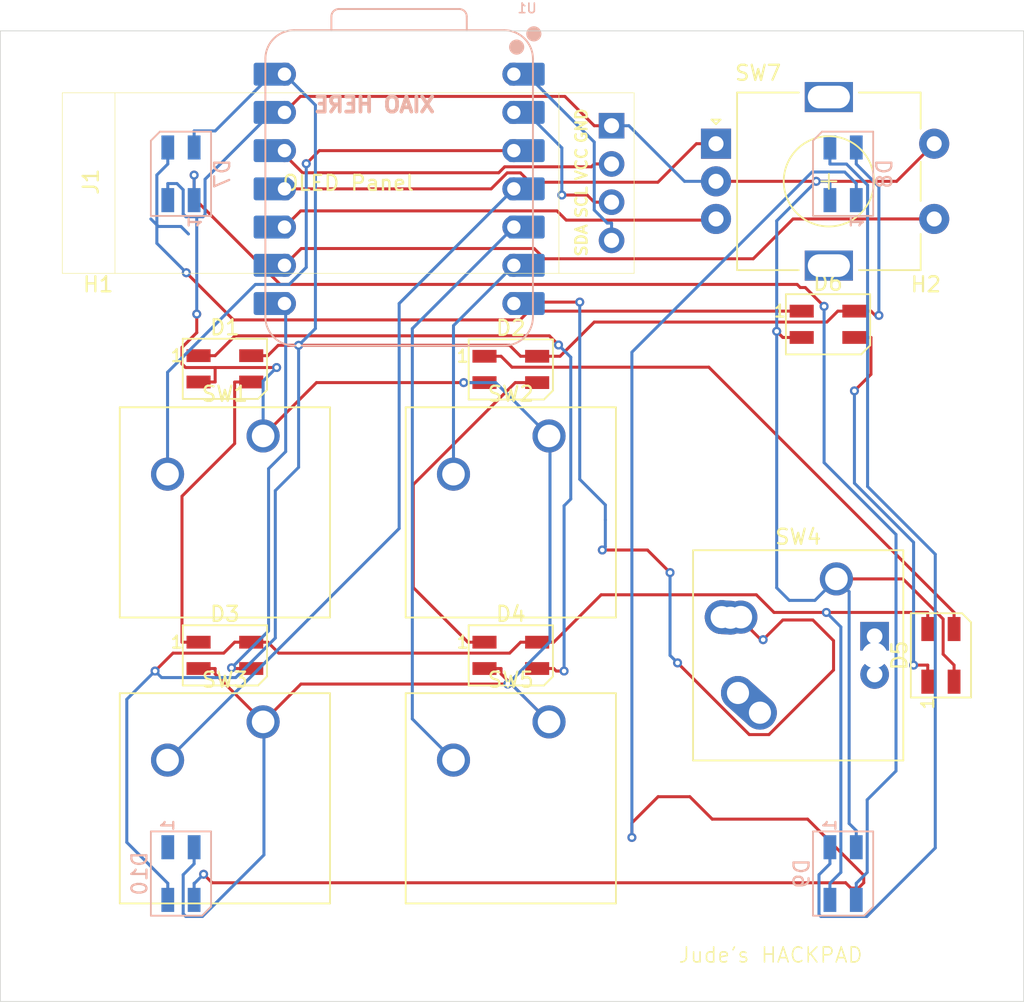
<source format=kicad_pcb>
(kicad_pcb (version 20241229) (generator "pcbnew") (generator_version "9.0")
  (layers (0 "F.Cu" signal) (2 "B.Cu" signal) (13 "F.Paste" user) (15 "B.Paste" user) (5 "F.SilkS" user "F.Silkscreen") (7 "B.SilkS" user "B.Silkscreen") (1 "F.Mask" user) (3 "B.Mask" user) (25 "Edge.Cuts" user))
  (net 0 "")
  (net 1 "Net-(D1-DIN)")
  (net 2 "Net-(D1-DOUT)")
  (net 3 "+5V")
  (net 4 "GND")
  (net 5 "Net-(D2-DIN)")
  (net 6 "Net-(D3-DIN)")
  (net 7 "+3.3V")
  (net 8 "Net-(U1-GPIO28{slash}ADC2{slash}A2)")
  (net 9 "Net-(U1-GPIO7{slash}SCL)")
  (net 10 "Net-(U1-GPIO29{slash}ADC3{slash}A3)")
  (net 11 "Net-(U1-GPIO6{slash}SDA)")
  (net 12 "Net-(U1-GPIO4{slash}MISO)")
  (net 13 "Net-(U1-GPIO3{slash}MOSI)")
  (net 14 "Net-(U1-GPIO2{slash}SCK)")
  (net 15 "Net-(U1-GPIO0{slash}TX)")
  (net 16 "Net-(D2-DOUT)")
  (net 17 "Net-(D5-DOUT)")
  (net 18 "Net-(J1-Pin_3)")
  (net 19 "Net-(J1-Pin_4)")
  (net 20 "Net-(D6-DOUT)")
  (net 21 "Net-(D7-DOUT)")
  (net 22 "Net-(D8-DIN)")
  (net 23 "Net-(D10-DIN)")
  (footprint "SCREEN:SSD1306-0.91-OLED-4pin-128x32" (layer "F.Cu") (at 141.615 78.615)
    (property "Reference" "J1" (at 1.9 5.91 90) (layer "F.SilkS"))
    (property "Value" "Conn_01x04_Pin")
    (fp_text user "VCC" (at 34.5 4.73 270) (layer "F.SilkS") (effects (font (size 0.75 0.75))))
    (fp_text user "SCL" (at 34.5 7.27 270) (layer "F.SilkS") (effects (font (size 0.75 0.75))))
    (fp_text user "GND" (at 34.5 2.19 270) (layer "F.SilkS") (effects (font (size 0.75 0.75))))
    (fp_text user "OLED Panel" (at 19 6 0) (layer "F.SilkS"))
    (fp_text user "SDA" (at 34.5 9.81 270) (layer "F.SilkS") (effects (font (size 0.75 0.75))))
    (pad "1" thru_hole rect (at 36.5 2.19) (size 1.7 1.7) (drill 1) (layers "*.Cu" "*.Mask") (net 4 "GND"))
    (pad "2" thru_hole oval (at 36.5 4.73) (size 1.7 1.7) (drill 1) (layers "*.Cu" "*.Mask") (net 7 "+3.3V"))
    (pad "3" thru_hole oval (at 36.5 7.27) (size 1.7 1.7) (drill 1) (layers "*.Cu" "*.Mask") (net 18 "Net-(J1-Pin_3)"))
    (pad "4" thru_hole oval (at 36.5 9.81) (size 1.7 1.7) (drill 1) (layers "*.Cu" "*.Mask") (net 19 "Net-(J1-Pin_4)"))
  )
  (footprint "LED_SMD:LED_SK6812MINI_PLCC4_3.5x3.5mm_P1.75mm" (layer "F.Cu") (at 200 116 90)
    (property "Reference" "D5" (at 0 -2.75 90) (layer "F.SilkS"))
    (property "Value" "SK6812MINI")
    (fp_text user "1" (at -3.2 -0.875 90) (layer "F.SilkS") (effects (font (size 0.8 0.8))))
    (pad "1" smd rect (at -1.75 -0.875 90) (size 1.6 0.85) (layers "F.Cu" "F.Mask" "F.Paste") (net 17 "Net-(D5-DOUT)"))
    (pad "2" smd rect (at -1.75 0.875 90) (size 1.6 0.85) (layers "F.Cu" "F.Mask" "F.Paste") (net 4 "GND"))
    (pad "3" smd rect (at 1.75 0.875 90) (size 1.6 0.85) (layers "F.Cu" "F.Mask" "F.Paste") (net 16 "Net-(D2-DOUT)"))
    (pad "4" smd rect (at 1.75 -0.875 90) (size 1.6 0.85) (layers "F.Cu" "F.Mask" "F.Paste") (net 3 "+5V"))
  )
  (footprint "LED_SMD:LED_SK6812MINI_PLCC4_3.5x3.5mm_P1.75mm" (layer "F.Cu") (at 152.42 96.96)
    (property "Reference" "D1" (at 0 -2.75 0) (layer "F.SilkS"))
    (property "Value" "SK6812MINI")
    (fp_text user "1" (at -3.2 -0.875 0) (layer "F.SilkS") (effects (font (size 0.8 0.8))))
    (pad "1" smd rect (at -1.75 -0.875) (size 1.6 0.85) (layers "F.Cu" "F.Mask" "F.Paste") (net 2 "Net-(D1-DOUT)"))
    (pad "2" smd rect (at -1.75 0.875) (size 1.6 0.85) (layers "F.Cu" "F.Mask" "F.Paste") (net 4 "GND"))
    (pad "3" smd rect (at 1.75 0.875) (size 1.6 0.85) (layers "F.Cu" "F.Mask" "F.Paste") (net 1 "Net-(D1-DIN)"))
    (pad "4" smd rect (at 1.75 -0.875) (size 1.6 0.85) (layers "F.Cu" "F.Mask" "F.Paste") (net 3 "+5V"))
  )
  (footprint "Button_Switch_Keyboard:SW_Cherry_MX_1.00u_PCB" (layer "F.Cu") (at 154.96 101.42)
    (property "Reference" "SW1" (at -2.54 -2.794 0) (layer "F.SilkS"))
    (property "Value" "SW_Push")
    (pad "" np_thru_hole circle (at -7.62 5.08) (size 1.7 1.7) (drill 1.7) (layers "*.Cu" "*.Mask"))
    (pad "" np_thru_hole circle (at -2.54 5.08) (size 4 4) (drill 4) (layers "*.Cu" "*.Mask"))
    (pad "" np_thru_hole circle (at 2.54 5.08) (size 1.7 1.7) (drill 1.7) (layers "*.Cu" "*.Mask"))
    (pad "1" thru_hole circle (at 0 0) (size 2.2 2.2) (drill 1.5) (layers "*.Cu" "*.Mask") (net 4 "GND"))
    (pad "2" thru_hole circle (at -6.35 2.54) (size 2.2 2.2) (drill 1.5) (layers "*.Cu" "*.Mask") (net 8 "Net-(U1-GPIO28{slash}ADC2{slash}A2)"))
  )
  (footprint "LED_SMD:LED_SK6812MINI_PLCC4_3.5x3.5mm_P1.75mm" (layer "F.Cu") (at 171.42 97)
    (property "Reference" "D2" (at 0 -2.75 0) (layer "F.SilkS"))
    (property "Value" "SK6812MINI")
    (fp_text user "1" (at -3.2 -0.875 0) (layer "F.SilkS") (effects (font (size 0.8 0.8))))
    (pad "1" smd rect (at -1.75 -0.875) (size 1.6 0.85) (layers "F.Cu" "F.Mask" "F.Paste") (net 16 "Net-(D2-DOUT)"))
    (pad "2" smd rect (at -1.75 0.875) (size 1.6 0.85) (layers "F.Cu" "F.Mask" "F.Paste") (net 4 "GND"))
    (pad "3" smd rect (at 1.75 0.875) (size 1.6 0.85) (layers "F.Cu" "F.Mask" "F.Paste") (net 5 "Net-(D2-DIN)"))
    (pad "4" smd rect (at 1.75 -0.875) (size 1.6 0.85) (layers "F.Cu" "F.Mask" "F.Paste") (net 3 "+5V"))
  )
  (footprint "LED_SMD:LED_SK6812MINI_PLCC4_3.5x3.5mm_P1.75mm" (layer "F.Cu") (at 171.42 116)
    (property "Reference" "D4" (at 0 -2.75 0) (layer "F.SilkS"))
    (property "Value" "SK6812MINI")
    (fp_text user "1" (at -3.2 -0.875 0) (layer "F.SilkS") (effects (font (size 0.8 0.8))))
    (pad "1" smd rect (at -1.75 -0.875) (size 1.6 0.85) (layers "F.Cu" "F.Mask" "F.Paste") (net 5 "Net-(D2-DIN)"))
    (pad "2" smd rect (at -1.75 0.875) (size 1.6 0.85) (layers "F.Cu" "F.Mask" "F.Paste") (net 4 "GND"))
    (pad "3" smd rect (at 1.75 0.875) (size 1.6 0.85) (layers "F.Cu" "F.Mask" "F.Paste") (net 2 "Net-(D1-DOUT)"))
    (pad "4" smd rect (at 1.75 -0.875) (size 1.6 0.85) (layers "F.Cu" "F.Mask" "F.Paste") (net 3 "+5V"))
  )
  (footprint "LED_SMD:LED_SK6812MINI_PLCC4_3.5x3.5mm_P1.75mm" (layer "F.Cu") (at 152.42 116)
    (property "Reference" "D3" (at 0 -2.75 0) (layer "F.SilkS"))
    (property "Value" "SK6812MINI")
    (fp_text user "1" (at -3.2 -0.875 0) (layer "F.SilkS") (effects (font (size 0.8 0.8))))
    (pad "1" smd rect (at -1.75 -0.875) (size 1.6 0.85) (layers "F.Cu" "F.Mask" "F.Paste") (net 1 "Net-(D1-DIN)"))
    (pad "2" smd rect (at -1.75 0.875) (size 1.6 0.85) (layers "F.Cu" "F.Mask" "F.Paste") (net 4 "GND"))
    (pad "3" smd rect (at 1.75 0.875) (size 1.6 0.85) (layers "F.Cu" "F.Mask" "F.Paste") (net 6 "Net-(D3-DIN)"))
    (pad "4" smd rect (at 1.75 -0.875) (size 1.6 0.85) (layers "F.Cu" "F.Mask" "F.Paste") (net 3 "+5V"))
  )
  (footprint "Rotary_Encoder:RotaryEncoder_Alps_EC11E-Switch_Vertical_H20mm" (layer "F.Cu") (at 185.055 82)
    (property "Reference" "SW7" (at 2.8 -4.7 0) (layer "F.SilkS"))
    (property "Value" "RotaryEncoder_Switch")
    (pad "A" thru_hole rect (at 0 0) (size 2 2) (drill 1) (layers "*.Cu" "*.Mask") (net 13 "Net-(U1-GPIO3{slash}MOSI)"))
    (pad "B" thru_hole circle (at 0 5) (size 2 2) (drill 1) (layers "*.Cu" "*.Mask") (net 12 "Net-(U1-GPIO4{slash}MISO)"))
    (pad "C" thru_hole circle (at 0 2.5) (size 2 2) (drill 1) (layers "*.Cu" "*.Mask") (net 4 "GND"))
    (pad "MP" thru_hole rect (at 7.5 -3.1) (size 3.2 2) (drill oval 2.8 1.5) (layers "*.Cu" "*.Mask"))
    (pad "MP" thru_hole rect (at 7.5 8.1) (size 3.2 2) (drill oval 2.8 1.5) (layers "*.Cu" "*.Mask"))
    (pad "S1" thru_hole circle (at 14.5 5) (size 2 2) (drill 1) (layers "*.Cu" "*.Mask") (net 14 "Net-(U1-GPIO2{slash}SCK)"))
    (pad "S2" thru_hole circle (at 14.5 0) (size 2 2) (drill 1) (layers "*.Cu" "*.Mask") (net 4 "GND"))
  )
  (footprint "Button_Switch_Keyboard:SW_Cherry_MX_1.00u_PCB" (layer "F.Cu") (at 173.96 120.42)
    (property "Reference" "SW5" (at -2.54 -2.794 0) (layer "F.SilkS"))
    (property "Value" "SW_Push")
    (pad "" np_thru_hole circle (at -7.62 5.08) (size 1.7 1.7) (drill 1.7) (layers "*.Cu" "*.Mask"))
    (pad "" np_thru_hole circle (at -2.54 5.08) (size 4 4) (drill 4) (layers "*.Cu" "*.Mask"))
    (pad "" np_thru_hole circle (at 2.54 5.08) (size 1.7 1.7) (drill 1.7) (layers "*.Cu" "*.Mask"))
    (pad "1" thru_hole circle (at 0 0) (size 2.2 2.2) (drill 1.5) (layers "*.Cu" "*.Mask") (net 4 "GND"))
    (pad "2" thru_hole circle (at -6.35 2.54) (size 2.2 2.2) (drill 1.5) (layers "*.Cu" "*.Mask") (net 11 "Net-(U1-GPIO6{slash}SDA)"))
  )
  (footprint "Button_Switch_Keyboard:SW_Cherry_MX_1.00u_PCB" (layer "F.Cu") (at 173.96 101.42)
    (property "Reference" "SW2" (at -2.54 -2.794 0) (layer "F.SilkS"))
    (property "Value" "SW_Push")
    (pad "" np_thru_hole circle (at -7.62 5.08) (size 1.7 1.7) (drill 1.7) (layers "*.Cu" "*.Mask"))
    (pad "" np_thru_hole circle (at -2.54 5.08) (size 4 4) (drill 4) (layers "*.Cu" "*.Mask"))
    (pad "" np_thru_hole circle (at 2.54 5.08) (size 1.7 1.7) (drill 1.7) (layers "*.Cu" "*.Mask"))
    (pad "1" thru_hole circle (at 0 0) (size 2.2 2.2) (drill 1.5) (layers "*.Cu" "*.Mask") (net 4 "GND"))
    (pad "2" thru_hole circle (at -6.35 2.54) (size 2.2 2.2) (drill 1.5) (layers "*.Cu" "*.Mask") (net 9 "Net-(U1-GPIO7{slash}SCL)"))
  )
  (footprint "Button_Switch_Keyboard:SW_Cherry_MX_1.00u_PCB" (layer "F.Cu") (at 154.96 120.42)
    (property "Reference" "SW3" (at -2.54 -2.794 0) (layer "F.SilkS"))
    (property "Value" "SW_Push")
    (pad "" np_thru_hole circle (at -7.62 5.08) (size 1.7 1.7) (drill 1.7) (layers "*.Cu" "*.Mask"))
    (pad "" np_thru_hole circle (at -2.54 5.08) (size 4 4) (drill 4) (layers "*.Cu" "*.Mask"))
    (pad "" np_thru_hole circle (at 2.54 5.08) (size 1.7 1.7) (drill 1.7) (layers "*.Cu" "*.Mask"))
    (pad "1" thru_hole circle (at 0 0) (size 2.2 2.2) (drill 1.5) (layers "*.Cu" "*.Mask") (net 4 "GND"))
    (pad "2" thru_hole circle (at -6.35 2.54) (size 2.2 2.2) (drill 1.5) (layers "*.Cu" "*.Mask") (net 10 "Net-(U1-GPIO29{slash}ADC3{slash}A3)"))
  )
  (footprint "Button_Switch_Keyboard:SW_Cherry_MX_1.00u_PCB" (layer "F.Cu") (at 193.055 110.92)
    (property "Reference" "SW4" (at -2.54 -2.794 0) (layer "F.SilkS"))
    (property "Value" "SW_Push")
    (pad "" np_thru_hole circle (at -7.62 5.08) (size 1.7 1.7) (drill 1.7) (layers "*.Cu" "*.Mask"))
    (pad "" np_thru_hole circle (at -2.54 5.08) (size 4 4) (drill 4) (layers "*.Cu" "*.Mask"))
    (pad "" np_thru_hole circle (at 2.54 5.08) (size 1.7 1.7) (drill 1.7) (layers "*.Cu" "*.Mask"))
    (pad "1" thru_hole circle (at 0 0) (size 2.2 2.2) (drill 1.5) (layers "*.Cu" "*.Mask") (net 4 "GND"))
    (pad "2" thru_hole circle (at -6.35 2.54) (size 2.2 2.2) (drill 1.5) (layers "*.Cu" "*.Mask") (net 15 "Net-(U1-GPIO0{slash}TX)"))
  )
  (footprint "LED_SMD:LED_SK6812MINI_PLCC4_3.5x3.5mm_P1.75mm" (layer "F.Cu") (at 192.5 94)
    (property "Reference" "D6" (at 0 -2.75 0) (layer "F.SilkS"))
    (property "Value" "SK6812MINI")
    (fp_text user "1" (at -3.2 -0.875 0) (layer "F.SilkS") (effects (font (size 0.8 0.8))))
    (pad "1" smd rect (at -1.75 -0.875) (size 1.6 0.85) (layers "F.Cu" "F.Mask" "F.Paste") (net 20 "Net-(D6-DOUT)"))
    (pad "2" smd rect (at -1.75 0.875) (size 1.6 0.85) (layers "F.Cu" "F.Mask" "F.Paste") (net 4 "GND"))
    (pad "3" smd rect (at 1.75 0.875) (size 1.6 0.85) (layers "F.Cu" "F.Mask" "F.Paste") (net 17 "Net-(D5-DOUT)"))
    (pad "4" smd rect (at 1.75 -0.875) (size 1.6 0.85) (layers "F.Cu" "F.Mask" "F.Paste") (net 3 "+5V"))
  )
  (footprint "keycap stable:MX-2U-ReversedStabilizers" (layer "F.Cu") (at 190.515 116 90)
    (property "Reference" "REF**")
    (property "Value" "2U")
    (pad "" np_thru_hole circle (at -11.938 -8.255 90) (size 3.9878 3.9878) (drill 3.9878) (layers "*.Cu" "*.Mask"))
    (pad "" np_thru_hole circle (at -11.938 6.985 90) (size 3.048 3.048) (drill 3.048) (layers "*.Cu" "*.Mask"))
    (pad "" np_thru_hole circle (at -5.08 0 138.0996) (size 1.75 1.75) (drill 1.75) (layers "*.Cu" "*.Mask"))
    (pad "" np_thru_hole circle (at 0 0 90) (size 3.9878 3.9878) (drill 3.9878) (layers "*.Cu" "*.Mask"))
    (pad "" np_thru_hole circle (at 5.08 0 138.0996) (size 1.75 1.75) (drill 1.75) (layers "*.Cu" "*.Mask"))
    (pad "" np_thru_hole circle (at 11.938 -8.255 90) (size 3.9878 3.9878) (drill 3.9878) (layers "*.Cu" "*.Mask"))
    (pad "" np_thru_hole circle (at 11.938 6.985 90) (size 3.048 3.048) (drill 3.048) (layers "*.Cu" "*.Mask"))
    (pad "1" thru_hole oval (at -3.81 -2.54 138.0996) (size 4.211556 2.25) (drill 1.47 (offset 0.980778 0)) (layers "*.Cu" "B.Mask"))
    (pad "1" thru_hole circle (at -2.5 -4 90) (size 2.25 2.25) (drill 1.47) (layers "*.Cu" "B.Mask"))
    (pad "2" thru_hole oval (at 2.5 -4.5 176.0548) (size 2.831378 2.25) (drill 1.47 (offset 0.290689 0)) (layers "*.Cu" "B.Mask"))
    (pad "2" thru_hole circle (at 2.54 -5.08 90) (size 2.25 2.25) (drill 1.47) (layers "*.Cu" "B.Mask"))
    (pad "3" thru_hole circle (at -1.27 5.08 90) (size 1.905 1.905) (drill 1.04) (layers "*.Cu" "B.Mask"))
    (pad "4" thru_hole rect (at 1.27 5.08 90) (size 1.905 1.905) (drill 1.04) (layers "*.Cu" "B.Mask"))
  )
  (footprint "MountingHole:MountingHole_3.2mm_M3" (layer "F.Cu") (at 199 95.5)
    (property "Reference" "H2" (at 0 -4.15 0) (layer "F.SilkS"))
    (property "Value" "MountingHole")
    (pad "" np_thru_hole circle (at 0 0) (size 3.2 3.2) (drill 3.2) (layers "*.Cu" "*.Mask"))
  )
  (footprint "MountingHole:MountingHole_3.2mm_M3" (layer "F.Cu") (at 144 95.5)
    (property "Reference" "H1" (at 0 -4.15 0) (layer "F.SilkS"))
    (property "Value" "MountingHole")
    (pad "" np_thru_hole circle (at 0 0) (size 3.2 3.2) (drill 3.2) (layers "*.Cu" "*.Mask"))
  )
  (footprint "LED_SMD:LED_SK6812MINI_PLCC4_3.5x3.5mm_P1.75mm" (layer "B.Cu") (at 149.5 130.5 -90)
    (property "Reference" "D10" (at 0 2.75 90) (layer "B.SilkS") (effects (justify mirror)))
    (property "Value" "SK6812MINI")
    (fp_text user "1" (at -3.2 0.875 90) (layer "B.SilkS") (effects (font (size 0.8 0.8)) (justify mirror)))
    (pad "1" smd rect (at -1.75 0.875 270) (size 1.6 0.85) (layers "B.Cu" "B.Mask" "B.Paste"))
    (pad "2" smd rect (at -1.75 -0.875 270) (size 1.6 0.85) (layers "B.Cu" "B.Mask" "B.Paste") (net 4 "GND"))
    (pad "3" smd rect (at 1.75 -0.875 270) (size 1.6 0.85) (layers "B.Cu" "B.Mask" "B.Paste") (net 23 "Net-(D10-DIN)"))
    (pad "4" smd rect (at 1.75 0.875 270) (size 1.6 0.85) (layers "B.Cu" "B.Mask" "B.Paste") (net 3 "+5V"))
  )
  (footprint "OPL:XIAO-RP2040-DIP" (layer "B.Cu") (at 164 85 180)
    (property "Reference" "U1" (at -8.5 12 0) (layer "B.SilkS") (effects (font (size 0.635 0.635) (thickness 0.1016)) (justify mirror)))
    (property "Value" "XIAO-RP2040-DIP")
    (pad "1" smd roundrect (at -8.455 7.62) (size 2.432 1.524) (layers "B.Cu" "B.Mask") (roundrect_rratio 0.1) (net 19 "Net-(J1-Pin_4)"))
    (pad "1" thru_hole circle (at -7.62 7.62) (size 1.524 1.524) (drill 0.889) (layers "*.Cu" "*.Mask") (net 19 "Net-(J1-Pin_4)"))
    (pad "2" smd roundrect (at -8.455 5.08) (size 2.432 1.524) (layers "B.Cu" "B.Mask") (roundrect_rratio 0.1) (net 18 "Net-(J1-Pin_3)"))
    (pad "2" thru_hole circle (at -7.62 5.08) (size 1.524 1.524) (drill 0.889) (layers "*.Cu" "*.Mask") (net 18 "Net-(J1-Pin_3)"))
    (pad "3" smd roundrect (at -8.455 2.54) (size 2.432 1.524) (layers "B.Cu" "B.Mask") (roundrect_rratio 0.1) (net 8 "Net-(U1-GPIO28{slash}ADC2{slash}A2)"))
    (pad "3" thru_hole circle (at -7.62 2.54) (size 1.524 1.524) (drill 0.889) (layers "*.Cu" "*.Mask") (net 8 "Net-(U1-GPIO28{slash}ADC2{slash}A2)"))
    (pad "4" smd roundrect (at -8.455 0) (size 2.432 1.524) (layers "B.Cu" "B.Mask") (roundrect_rratio 0.1) (net 10 "Net-(U1-GPIO29{slash}ADC3{slash}A3)"))
    (pad "4" thru_hole circle (at -7.62 0) (size 1.524 1.524) (drill 0.889) (layers "*.Cu" "*.Mask") (net 10 "Net-(U1-GPIO29{slash}ADC3{slash}A3)"))
    (pad "5" smd roundrect (at -8.455 -2.54) (size 2.432 1.524) (layers "B.Cu" "B.Mask") (roundrect_rratio 0.1) (net 11 "Net-(U1-GPIO6{slash}SDA)"))
    (pad "5" thru_hole circle (at -7.62 -2.54) (size 1.524 1.524) (drill 0.889) (layers "*.Cu" "*.Mask") (net 11 "Net-(U1-GPIO6{slash}SDA)"))
    (pad "6" smd roundrect (at -8.455 -5.08) (size 2.432 1.524) (layers "B.Cu" "B.Mask") (roundrect_rratio 0.1) (net 9 "Net-(U1-GPIO7{slash}SCL)"))
    (pad "6" thru_hole circle (at -7.62 -5.08) (size 1.524 1.524) (drill 0.889) (layers "*.Cu" "*.Mask") (net 9 "Net-(U1-GPIO7{slash}SCL)"))
    (pad "7" smd roundrect (at -8.455 -7.62) (size 2.432 1.524) (layers "B.Cu" "B.Mask") (roundrect_rratio 0.1) (net 15 "Net-(U1-GPIO0{slash}TX)"))
    (pad "7" thru_hole circle (at -7.62 -7.62) (size 1.524 1.524) (drill 0.889) (layers "*.Cu" "*.Mask") (net 15 "Net-(U1-GPIO0{slash}TX)"))
    (pad "8" thru_hole circle (at 7.62 -7.62 180) (size 1.524 1.524) (drill 0.889) (layers "*.Cu" "*.Mask") (net 6 "Net-(D3-DIN)"))
    (pad "8" smd roundrect (at 8.455 -7.62 180) (size 2.432 1.524) (layers "B.Cu" "B.Mask") (roundrect_rratio 0.1) (net 6 "Net-(D3-DIN)"))
    (pad "9" thru_hole circle (at 7.62 -5.08 180) (size 1.524 1.524) (drill 0.889) (layers "*.Cu" "*.Mask") (net 14 "Net-(U1-GPIO2{slash}SCK)"))
    (pad "9" smd roundrect (at 8.455 -5.08 180) (size 2.432 1.524) (layers "B.Cu" "B.Mask") (roundrect_rratio 0.1) (net 14 "Net-(U1-GPIO2{slash}SCK)"))
    (pad "10" thru_hole circle (at 7.62 -2.54 180) (size 1.524 1.524) (drill 0.889) (layers "*.Cu" "*.Mask") (net 12 "Net-(U1-GPIO4{slash}MISO)"))
    (pad "10" smd roundrect (at 8.455 -2.54 180) (size 2.432 1.524) (layers "B.Cu" "B.Mask") (roundrect_rratio 0.1) (net 12 "Net-(U1-GPIO4{slash}MISO)"))
    (pad "11" thru_hole circle (at 7.62 0 180) (size 1.524 1.524) (drill 0.889) (layers "*.Cu" "*.Mask") (net 13 "Net-(U1-GPIO3{slash}MOSI)"))
    (pad "11" smd roundrect (at 8.455 0 180) (size 2.432 1.524) (layers "B.Cu" "B.Mask") (roundrect_rratio 0.1) (net 13 "Net-(U1-GPIO3{slash}MOSI)"))
    (pad "12" thru_hole circle (at 7.62 2.54 180) (size 1.524 1.524) (drill 0.889) (layers "*.Cu" "*.Mask") (net 7 "+3.3V"))
    (pad "12" smd roundrect (at 8.455 2.54 180) (size 2.432 1.524) (layers "B.Cu" "B.Mask") (roundrect_rratio 0.1) (net 7 "+3.3V"))
    (pad "13" thru_hole circle (at 7.62 5.08 180) (size 1.524 1.524) (drill 0.889) (layers "*.Cu" "*.Mask") (net 4 "GND"))
    (pad "13" smd roundrect (at 8.455 5.08 180) (size 2.432 1.524) (layers "B.Cu" "B.Mask") (roundrect_rratio 0.1) (net 4 "GND"))
    (pad "14" thru_hole circle (at 7.62 7.62 180) (size 1.524 1.524) (drill 0.889) (layers "*.Cu" "*.Mask") (net 3 "+5V"))
    (pad "14" smd roundrect (at 8.455 7.62 180) (size 2.432 1.524) (layers "B.Cu" "B.Mask") (roundrect_rratio 0.1) (net 3 "+5V"))
  )
  (footprint "LED_SMD:LED_SK6812MINI_PLCC4_3.5x3.5mm_P1.75mm" (layer "B.Cu") (at 149.5 84 90)
    (property "Reference" "D7" (at 0 2.75 90) (layer "B.SilkS") (effects (justify mirror)))
    (property "Value" "SK6812MINI")
    (fp_text user "1" (at -3.2 0.875 270) (layer "B.SilkS") (effects (font (size 0.8 0.8)) (justify mirror)))
    (pad "1" smd rect (at -1.75 0.875 90) (size 1.6 0.85) (layers "B.Cu" "B.Mask" "B.Paste") (net 21 "Net-(D7-DOUT)"))
    (pad "2" smd rect (at -1.75 -0.875 90) (size 1.6 0.85) (layers "B.Cu" "B.Mask" "B.Paste") (net 4 "GND"))
    (pad "3" smd rect (at 1.75 -0.875 90) (size 1.6 0.85) (layers "B.Cu" "B.Mask" "B.Paste") (net 20 "Net-(D6-DOUT)"))
    (pad "4" smd rect (at 1.75 0.875 90) (size 1.6 0.85) (layers "B.Cu" "B.Mask" "B.Paste") (net 3 "+5V"))
  )
  (footprint "LED_SMD:LED_SK6812MINI_PLCC4_3.5x3.5mm_P1.75mm" (layer "B.Cu") (at 193.5 130.5 -90)
    (property "Reference" "D9" (at 0 2.75 90) (layer "B.SilkS") (effects (justify mirror)))
    (property "Value" "SK6812MINI")
    (fp_text user "1" (at -3.2 0.875 90) (layer "B.SilkS") (effects (font (size 0.8 0.8)) (justify mirror)))
    (pad "1" smd rect (at -1.75 0.875 270) (size 1.6 0.85) (layers "B.Cu" "B.Mask" "B.Paste") (net 22 "Net-(D8-DIN)"))
    (pad "2" smd rect (at -1.75 -0.875 270) (size 1.6 0.85) (layers "B.Cu" "B.Mask" "B.Paste") (net 4 "GND"))
    (pad "3" smd rect (at 1.75 -0.875 270) (size 1.6 0.85) (layers "B.Cu" "B.Mask" "B.Paste") (net 21 "Net-(D7-DOUT)"))
    (pad "4" smd rect (at 1.75 0.875 270) (size 1.6 0.85) (layers "B.Cu" "B.Mask" "B.Paste") (net 3 "+5V"))
  )
  (footprint "LED_SMD:LED_SK6812MINI_PLCC4_3.5x3.5mm_P1.75mm" (layer "B.Cu") (at 193.5 84 90)
    (property "Reference" "D8" (at 0 2.75 90) (layer "B.SilkS") (effects (justify mirror)))
    (property "Value" "SK6812MINI")
    (fp_text user "1" (at -3.2 0.875 270) (layer "B.SilkS") (effects (font (size 0.8 0.8)) (justify mirror)))
    (pad "1" smd rect (at -1.75 0.875 90) (size 1.6 0.85) (layers "B.Cu" "B.Mask" "B.Paste") (net 23 "Net-(D10-DIN)"))
    (pad "2" smd rect (at -1.75 -0.875 90) (size 1.6 0.85) (layers "B.Cu" "B.Mask" "B.Paste") (net 4 "GND"))
    (pad "3" smd rect (at 1.75 -0.875 90) (size 1.6 0.85) (layers "B.Cu" "B.Mask" "B.Paste") (net 22 "Net-(D8-DIN)"))
    (pad "4" smd rect (at 1.75 0.875 90) (size 1.6 0.85) (layers "B.Cu" "B.Mask" "B.Paste") (net 3 "+5V"))
  )
  (gr_line (start 149.5 87.5) (end 148 87.5) (stroke (width 0.2)) (layer "B.Cu") (net 20))
  (gr_line (start 148 87.5) (end 147.5 87) (stroke (width 0.2)) (layer "B.Cu") (net 20))
  (gr_line (start 150 88) (end 149.5 87.5) (stroke (width 0.2)) (layer "B.Cu") (net 20))
  (gr_rect (start 137.5 74.5) (end 205.5 139) (stroke (width 0.05)) (fill no) (layer "Edge.Cuts"))
  (gr_text "Jude's HACKPAD" (at 182.5 136.5 0) (layer "F.SilkS") (effects (font (size 1 1) (thickness 0.1)) (justify left bottom)))
  (gr_text "XIAO HERE" (at 166.5 80 0) (layer "B.SilkS") (effects (font (size 1 1) (thickness 0.25) (bold yes)) (justify left bottom mirror)))
  (segment (start 150.67 115.125) (end 149.5683 115.125) (width 0.2) (layer "F.Cu") (net 1))
  (segment (start 149.5683 105.4263) (end 149.5683 115.125) (width 0.2) (layer "F.Cu") (net 1))
  (segment (start 153.0683 101.9263) (end 149.5683 105.4263) (width 0.2) (layer "F.Cu") (net 1))
  (segment (start 153.0683 97.835) (end 153.0683 101.9263) (width 0.2) (layer "F.Cu") (net 1))
  (segment (start 154.17 97.835) (end 153.0683 97.835) (width 0.2) (layer "F.Cu") (net 1))
  (segment (start 173.17 116.875) (end 174.2717 116.875) (width 0.2) (layer "F.Cu") (net 2))
  (segment (start 173.9818 94.7658) (end 174.591 95.375) (width 0.2) (layer "F.Cu") (net 2))
  (segment (start 174.4392 117.0425) (end 174.2717 116.875) (width 0.2) (layer "F.Cu") (net 2))
  (segment (start 150.67 96.085) (end 151.7717 96.085) (width 0.2) (layer "F.Cu") (net 2))
  (segment (start 174.9595 117.0425) (end 174.4392 117.0425) (width 0.2) (layer "F.Cu") (net 2))
  (segment (start 151.7717 96.085) (end 153.0909 94.7658) (width 0.2) (layer "F.Cu") (net 2))
  (segment (start 153.0909 94.7658) (end 173.9818 94.7658) (width 0.2) (layer "F.Cu") (net 2))
  (via (at 174.591 95.375) (size 0.6) (drill 0.3) (layers "F.Cu" "B.Cu") (net 2))
  (via (at 174.9595 117.0425) (size 0.6) (drill 0.3) (layers "F.Cu" "B.Cu") (net 2))
  (segment (start 175.4031 96.1871) (end 175.4031 105.6146) (width 0.2) (layer "B.Cu") (net 2))
  (segment (start 175.4031 105.6146) (end 174.9595 106.0582) (width 0.2) (layer "B.Cu") (net 2))
  (segment (start 174.591 95.375) (end 175.4031 96.1871) (width 0.2) (layer "B.Cu") (net 2))
  (segment (start 174.9595 106.0582) (end 174.9595 117.0425) (width 0.2) (layer "B.Cu") (net 2))
  (segment (start 172.6192 115.125) (end 173.17 115.125) (width 0.2) (layer "F.Cu") (net 3))
  (segment (start 172.0683 115.125) (end 171.3416 115.8517) (width 0.2) (layer "F.Cu") (net 3))
  (segment (start 155.9584 95.3983) (end 155.2717 96.085) (width 0.2) (layer "F.Cu") (net 3))
  (segment (start 199.125 113.1483) (end 192.3891 113.1483) (width 0.2) (layer "F.Cu") (net 3))
  (segment (start 173.17 115.125) (end 174.2717 115.125) (width 0.2) (layer "F.Cu") (net 3))
  (segment (start 195.878 93.4095) (end 195.6362 93.4095) (width 0.2) (layer "F.Cu") (net 3))
  (segment (start 152.3416 115.8517) (end 153.0683 115.125) (width 0.2) (layer "F.Cu") (net 3))
  (segment (start 193.6992 93.125) (end 193.1483 93.125) (width 0.2) (layer "F.Cu") (net 3))
  (segment (start 154.17 96.085) (end 155.2717 96.085) (width 0.2) (layer "F.Cu") (net 3))
  (segment (start 192.4216 93.8517) (end 193.1483 93.125) (width 0.2) (layer "F.Cu") (net 3))
  (segment (start 172.6192 96.125) (end 173.17 96.125) (width 0.2) (layer "F.Cu") (net 3))
  (segment (start 174.2717 96.125) (end 174.6919 96.125) (width 0.2) (layer "F.Cu") (net 3))
  (segment (start 172.6192 96.125) (end 172.0683 96.125) (width 0.2) (layer "F.Cu") (net 3))
  (segment (start 157.3186 95.3983) (end 155.9584 95.3983) (width 0.2) (layer "F.Cu") (net 3))
  (segment (start 193.6992 93.125) (end 194.25 93.125) (width 0.2) (layer "F.Cu") (net 3))
  (segment (start 147.7786 117.0425) (end 148.9694 115.8517) (width 0.2) (layer "F.Cu") (net 3))
  (segment (start 173.17 96.125) (end 174.2717 96.125) (width 0.2) (layer "F.Cu") (net 3))
  (segment (start 171.3416 115.8517) (end 155.9984 115.8517) (width 0.2) (layer "F.Cu") (net 3))
  (segment (start 188.9083 113.1483) (end 192.3891 113.1483) (width 0.2) (layer "F.Cu") (net 3))
  (segment (start 177.4222 111.9745) (end 187.7345 111.9745) (width 0.2) (layer "F.Cu") (net 3))
  (segment (start 174.6919 96.125) (end 176.9652 93.8517) (width 0.2) (layer "F.Cu") (net 3))
  (segment (start 172.6192 115.125) (end 172.0683 115.125) (width 0.2) (layer "F.Cu") (net 3))
  (segment (start 199.125 114.25) (end 199.125 113.1483) (width 0.2) (layer "F.Cu") (net 3))
  (segment (start 154.17 115.125) (end 155.2717 115.125) (width 0.2) (layer "F.Cu") (net 3))
  (segment (start 176.9652 93.8517) (end 192.4216 93.8517) (width 0.2) (layer "F.Cu") (net 3))
  (segment (start 194.25 93.125) (end 195.3517 93.125) (width 0.2) (layer "F.Cu") (net 3))
  (segment (start 195.6362 93.4095) (end 195.3517 93.125) (width 0.2) (layer "F.Cu") (net 3))
  (segment (start 148.9694 115.8517) (end 152.3416 115.8517) (width 0.2) (layer "F.Cu") (net 3))
  (segment (start 187.7345 111.9745) (end 188.9083 113.1483) (width 0.2) (layer "F.Cu") (net 3))
  (segment (start 171.3416 95.3983) (end 157.3186 95.3983) (width 0.2) (layer "F.Cu") (net 3))
  (segment (start 155.9984 115.8517) (end 155.2717 115.125) (width 0.2) (layer "F.Cu") (net 3))
  (segment (start 174.2717 115.125) (end 177.4222 111.9745) (width 0.2) (layer "F.Cu") (net 3))
  (segment (start 172.0683 96.125) (end 171.3416 95.3983) (width 0.2) (layer "F.Cu") (net 3))
  (segment (start 154.17 115.125) (end 153.0683 115.125) (width 0.2) (layer "F.Cu") (net 3))
  (via (at 147.7786 117.0425) (size 0.6) (drill 0.3) (layers "F.Cu" "B.Cu") (net 3))
  (via (at 157.3186 95.3983) (size 0.6) (drill 0.3) (layers "F.Cu" "B.Cu") (net 3))
  (via (at 195.878 93.4095) (size 0.6) (drill 0.3) (layers "F.Cu" "B.Cu") (net 3))
  (via (at 192.3891 113.1483) (size 0.6) (drill 0.3) (layers "F.Cu" "B.Cu") (net 3))
  (segment (start 195.878 93.4095) (end 195.878 84.8547) (width 0.2) (layer "B.Cu") (net 3))
  (segment (start 192.625 132.25) (end 192.625 131.1483) (width 0.2) (layer "B.Cu") (net 3))
  (segment (start 148.625 131.1483) (end 145.9009 128.4242) (width 0.2) (layer "B.Cu") (net 3))
  (segment (start 193.3517 114.1109) (end 193.3517 130.4216) (width 0.2) (layer "B.Cu") (net 3))
  (segment (start 155.7697 114.8485) (end 155.7697 105.0545) (width 0.2) (layer "B.Cu") (net 3))
  (segment (start 193.3517 130.4216) (end 192.625 131.1483) (width 0.2) (layer "B.Cu") (net 3))
  (segment (start 151.7767 81.1483) (end 155.545 77.38) (width 0.2) (layer "B.Cu") (net 3))
  (segment (start 148.625 132.25) (end 148.625 131.1483) (width 0.2) (layer "B.Cu") (net 3))
  (segment (start 157.3186 103.5056) (end 157.3186 95.3983) (width 0.2) (layer "B.Cu") (net 3))
  (segment (start 156.38 77.38) (end 155.545 77.38) (width 0.2) (layer "B.Cu") (net 3))
  (segment (start 155.7697 105.0545) (end 157.3186 103.5056) (width 0.2) (layer "B.Cu") (net 3))
  (segment (start 158.435 79.435) (end 158.435 94.2819) (width 0.2) (layer "B.Cu") (net 3))
  (segment (start 150.375 82.25) (end 150.375 81.1483) (width 0.2) (layer "B.Cu") (net 3))
  (segment (start 147.7786 117.0425) (end 148.2127 117.4766) (width 0.2) (layer "B.Cu") (net 3))
  (segment (start 148.2127 117.4766) (end 153.1416 117.4766) (width 0.2) (layer "B.Cu") (net 3))
  (segment (start 150.375 81.1483) (end 151.7767 81.1483) (width 0.2) (layer "B.Cu") (net 3))
  (segment (start 145.9009 118.9202) (end 147.7786 117.0425) (width 0.2) (layer "B.Cu") (net 3))
  (segment (start 195.878 84.8547) (end 194.375 83.3517) (width 0.2) (layer "B.Cu") (net 3))
  (segment (start 156.38 77.38) (end 158.435 79.435) (width 0.2) (layer "B.Cu") (net 3))
  (segment (start 194.375 82.25) (end 194.375 83.3517) (width 0.2) (layer "B.Cu") (net 3))
  (segment (start 192.3891 113.1483) (end 193.3517 114.1109) (width 0.2) (layer "B.Cu") (net 3))
  (segment (start 145.9009 128.4242) (end 145.9009 118.9202) (width 0.2) (layer "B.Cu") (net 3))
  (segment (start 158.435 94.2819) (end 157.3186 95.3983) (width 0.2) (layer "B.Cu") (net 3))
  (segment (start 153.1416 117.4766) (end 155.7697 114.8485) (width 0.2) (layer "B.Cu") (net 3))
  (segment (start 151.7717 117.2317) (end 154.96 120.42) (width 0.2) (layer "F.Cu") (net 4))
  (segment (start 149.5683 95.535) (end 149.5683 96.635) (width 0.2) (layer "F.Cu") (net 4))
  (segment (start 200.1483 115.9216) (end 200.1483 113.5874) (width 0.2) (layer "F.Cu") (net 4))
  (segment (start 189.495 94.875) (end 190.75 94.875) (width 0.2) (layer "F.Cu") (net 4))
  (segment (start 151.7717 116.875) (end 151.7717 117.2317) (width 0.2) (layer "F.Cu") (net 4))
  (segment (start 170.7717 116.875) (end 170.7717 117.2317) (width 0.2) (layer "F.Cu") (net 4))
  (segment (start 189.0883 94.4683) (end 189.495 94.875) (width 0.2) (layer "F.Cu") (net 4))
  (segment (start 151.7717 97.835) (end 151.7717 96.873) (width 0.2) (layer "F.Cu") (net 4))
  (segment (start 170.7717 117.2317) (end 173.96 120.42) (width 0.2) (layer "F.Cu") (net 4))
  (segment (start 150.5493 94.554) (end 149.5683 95.535) (width 0.2) (layer "F.Cu") (net 4))
  (segment (start 150.5494 93.3201) (end 150.5494 94.554) (width 0.2) (layer "F.Cu") (net 4))
  (segment (start 178.115 80.805) (end 176.9633 80.805) (width 0.2) (layer "F.Cu") (net 4))
  (segment (start 171.217 117.9065) (end 157.4735 117.9065) (width 0.2) (layer "F.Cu") (net 4))
  (segment (start 157.4437 78.8563) (end 156.38 79.92) (width 0.2) (layer "F.Cu") (net 4))
  (segment (start 150.67 116.875) (end 151.7717 116.875) (width 0.2) (layer "F.Cu") (net 4))
  (segment (start 185.055 84.5) (end 191.7144 84.5) (width 0.2) (layer "F.Cu") (net 4))
  (segment (start 175.0146 78.8563) (end 157.4437 78.8563) (width 0.2) (layer "F.Cu") (net 4))
  (segment (start 150.67 97.835) (end 151.7717 97.835) (width 0.2) (layer "F.Cu") (net 4))
  (segment (start 151.7717 96.873) (end 155.8574 96.873) (width 0.2) (layer "F.Cu") (net 4))
  (segment (start 169.67 116.875) (end 170.7717 116.875) (width 0.2) (layer "F.Cu") (net 4))
  (segment (start 200.1483 113.5874) (end 197.4809 110.92) (width 0.2) (layer "F.Cu") (net 4))
  (segment (start 158.505 97.875) (end 168.29 97.875) (width 0.2) (layer "F.Cu") (net 4))
  (segment (start 157.4735 117.9065) (end 154.96 120.42) (width 0.2) (layer "F.Cu") (net 4))
  (segment (start 197.4809 110.92) (end 193.055 110.92) (width 0.2) (layer "F.Cu") (net 4))
  (segment (start 169.67 97.875) (end 168.29 97.875) (width 0.2) (layer "F.Cu") (net 4))
  (segment (start 149.8063 96.873) (end 151.7717 96.873) (width 0.2) (layer "F.Cu") (net 4))
  (segment (start 200.875 116.6483) (end 200.1483 115.9216) (width 0.2) (layer "F.Cu") (net 4))
  (segment (start 149.5683 96.635) (end 149.8063 96.873) (width 0.2) (layer "F.Cu") (net 4))
  (segment (start 197.055 84.5) (end 199.555 82) (width 0.2) (layer "F.Cu") (net 4))
  (segment (start 191.7144 84.5) (end 197.055 84.5) (width 0.2) (layer "F.Cu") (net 4))
  (segment (start 154.96 101.42) (end 158.505 97.875) (width 0.2) (layer "F.Cu") (net 4))
  (segment (start 150.5494 94.554) (end 150.5493 94.554) (width 0.2) (layer "F.Cu") (net 4))
  (segment (start 200.875 117.75) (end 200.875 116.6483) (width 0.2) (layer "F.Cu") (net 4))
  (segment (start 176.9633 80.805) (end 175.0146 78.8563) (width 0.2) (layer "F.Cu") (net 4))
  (via (at 189.0883 94.4683) (size 0.6) (drill 0.3) (layers "F.Cu" "B.Cu") (net 4))
  (via (at 171.217 117.9065) (size 0.6) (drill 0.3) (layers "F.Cu" "B.Cu") (net 4))
  (via (at 155.8574 96.873) (size 0.6) (drill 0.3) (layers "F.Cu" "B.Cu") (net 4))
  (via (at 150.5494 93.3201) (size 0.6) (drill 0.3) (layers "F.Cu" "B.Cu") (net 4))
  (via (at 191.7144 84.5) (size 0.6) (drill 0.3) (layers "F.Cu" "B.Cu") (net 4))
  (via (at 168.29 97.875) (size 0.6) (drill 0.3) (layers "F.Cu" "B.Cu") (net 4))
  (segment (start 192.4767 84.5) (end 192.625 84.6483) (width 0.2) (layer "B.Cu") (net 4))
  (segment (start 191.6283 112.3467) (end 193.055 110.92) (width 0.2) (layer "B.Cu") (net 4))
  (segment (start 189.0883 94.4683) (end 189.0883 87.1261) (width 0.2) (layer "B.Cu") (net 4))
  (segment (start 178.115 80.805) (end 179.2667 80.805) (width 0.2) (layer "B.Cu") (net 4))
  (segment (start 149.6483 86.675) (end 149.825 86.8517) (width 0.2) (layer "B.Cu") (net 4))
  (segment (start 170.415 97.875) (end 173.96 101.42) (width 0.2) (layer "B.Cu") (net 4))
  (segment (start 149.825 133.3517) (end 150.925 133.3517) (width 0.2) (layer "B.Cu") (net 4))
  (segment (start 189.0883 87.1261) (end 191.7144 84.5) (width 0.2) (layer "B.Cu") (net 4))
  (segment (start 191.7144 84.5) (end 192.4767 84.5) (width 0.2) (layer "B.Cu") (net 4))
  (segment (start 151.1017 86.7137) (end 151.1017 84.3633) (width 0.2) (layer "B.Cu") (net 4))
  (segment (start 155.8574 96.873) (end 154.96 97.7704) (width 0.2) (layer "B.Cu") (net 4))
  (segment (start 174.0229 115.1006) (end 171.217 117.9065) (width 0.2) (layer "B.Cu") (net 4))
  (segment (start 182.9617 84.5) (end 179.2667 80.805) (width 0.2) (layer "B.Cu") (net 4))
  (segment (start 168.29 97.875) (end 170.415 97.875) (width 0.2) (layer "B.Cu") (net 4))
  (segment (start 148.625 85.75) (end 148.625 84.6483) (width 0.2) (layer "B.Cu") (net 4))
  (segment (start 149.825 86.8517) (end 150.5494 86.8517) (width 0.2) (layer "B.Cu") (net 4))
  (segment (start 149.6483 85.0605) (end 149.6483 86.675) (width 0.2) (layer "B.Cu") (net 4))
  (segment (start 154.96 97.7704) (end 154.96 101.42) (width 0.2) (layer "B.Cu") (net 4))
  (segment (start 155.0145 120.4745) (end 154.96 120.42) (width 0.2) (layer "B.Cu") (net 4))
  (segment (start 149.6483 130.5784) (end 149.6483 133.175) (width 0.2) (layer "B.Cu") (net 4))
  (segment (start 194.375 127.6483) (end 193.9017 127.175) (width 0.2) (layer "B.Cu") (net 4))
  (segment (start 156.38 79.92) (end 155.545 79.92) (width 0.2) (layer "B.Cu") (net 4))
  (segment (start 173.96 101.42) (end 174.0229 101.4829) (width 0.2) (layer "B.Cu") (net 4))
  (segment (start 150.925 133.3517) (end 155.0145 129.2622) (width 0.2) (layer "B.Cu") (net 4))
  (segment (start 150.375 128.75) (end 150.375 129.8517) (width 0.2) (layer "B.Cu") (net 4))
  (segment (start 150.5494 93.3201) (end 150.5494 86.8517) (width 0.2) (layer "B.Cu") (net 4))
  (segment (start 150.9637 86.8517) (end 151.1017 86.7137) (width 0.2) (layer "B.Cu") (net 4))
  (segment (start 185.055 84.5) (end 182.9617 84.5) (width 0.2) (layer "B.Cu") (net 4))
  (segment (start 150.375 129.8517) (end 149.6483 130.5784) (width 0.2) (layer "B.Cu") (net 4))
  (segment (start 189.0883 94.4683) (end 189.0883 111.5109) (width 0.2) (layer "B.Cu") (net 4))
  (segment (start 149.6483 133.175) (end 149.825 133.3517) (width 0.2) (layer "B.Cu") (net 4))
  (segment (start 148.625 84.6483) (end 149.2361 84.6483) (width 0.2) (layer "B.Cu") (net 4))
  (segment (start 151.1017 84.3633) (end 155.545 79.92) (width 0.2) (layer "B.Cu") (net 4))
  (segment (start 155.0145 129.2622) (end 155.0145 120.4745) (width 0.2) (layer "B.Cu") (net 4))
  (segment (start 171.4465 117.9065) (end 171.217 117.9065) (width 0.2) (layer "B.Cu") (net 4))
  (segment (start 193.9017 127.175) (end 193.9017 111.7667) (width 0.2) (layer "B.Cu") (net 4))
  (segment (start 149.2361 84.6483) (end 149.6483 85.0605) (width 0.2) (layer "B.Cu") (net 4))
  (segment (start 173.96 120.42) (end 171.4465 117.9065) (width 0.2) (layer "B.Cu") (net 4))
  (segment (start 189.9241 112.3467) (end 191.6283 112.3467) (width 0.2) (layer "B.Cu") (net 4))
  (segment (start 189.0883 111.5109) (end 189.9241 112.3467) (width 0.2) (layer "B.Cu") (net 4))
  (segment (start 192.625 85.75) (end 192.625 84.6483) (width 0.2) (layer "B.Cu") (net 4))
  (segment (start 174.0229 101.4829) (end 174.0229 115.1006) (width 0.2) (layer "B.Cu") (net 4))
  (segment (start 194.375 128.75) (end 194.375 127.6483) (width 0.2) (layer "B.Cu") (net 4))
  (segment (start 193.9017 111.7667) (end 193.055 110.92) (width 0.2) (layer "B.Cu") (net 4))
  (segment (start 150.5494 86.8517) (end 150.9637 86.8517) (width 0.2) (layer "B.Cu") (net 4))
  (segment (start 171.7127 97.875) (end 173.17 97.875) (width 0.2) (layer "F.Cu") (net 5))
  (segment (start 164.9383 111.495) (end 164.9383 104.6494) (width 0.2) (layer "F.Cu") (net 5))
  (segment (start 168.5683 115.125) (end 164.9383 111.495) (width 0.2) (layer "F.Cu") (net 5))
  (segment (start 164.9383 104.6494) (end 171.7127 97.875) (width 0.2) (layer "F.Cu") (net 5))
  (segment (start 169.67 115.125) (end 168.5683 115.125) (width 0.2) (layer "F.Cu") (net 5))
  (segment (start 154.17 116.875) (end 153.0683 116.875) (width 0.2) (layer "F.Cu") (net 6))
  (segment (start 153.0232 116.8299) (end 153.0683 116.875) (width 0.2) (layer "F.Cu") (net 6))
  (segment (start 152.8624 116.8299) (end 153.0232 116.8299) (width 0.2) (layer "F.Cu") (net 6))
  (via (at 152.8624 116.8299) (size 0.6) (drill 0.3) (layers "F.Cu" "B.Cu") (net 6))
  (segment (start 156.38 92.62) (end 155.545 92.62) (width 0.2) (layer "B.Cu") (net 6))
  (segment (start 156.38 92.62) (end 156.4591 92.6991) (width 0.2) (layer "B.Cu") (net 6))
  (segment (start 156.4591 102.4609) (end 155.3223 103.5977) (width 0.2) (layer "B.Cu") (net 6))
  (segment (start 155.3223 114.37) (end 152.8624 116.8299) (width 0.2) (layer "B.Cu") (net 6))
  (segment (start 155.3223 103.5977) (end 155.3223 114.37) (width 0.2) (layer "B.Cu") (net 6))
  (segment (start 156.4591 92.6991) (end 156.4591 102.4609) (width 0.2) (layer "B.Cu") (net 6))
  (segment (start 157.5775 83.9295) (end 156.38 82.732) (width 0.2) (layer "F.Cu") (net 7))
  (segment (start 170.6182 83.9295) (end 157.5775 83.9295) (width 0.2) (layer "F.Cu") (net 7))
  (segment (start 171.0131 83.5346) (end 170.6182 83.9295) (width 0.2) (layer "F.Cu") (net 7))
  (segment (start 176.7737 83.5346) (end 171.0131 83.5346) (width 0.2) (layer "F.Cu") (net 7))
  (segment (start 178.115 83.345) (end 176.9633 83.345) (width 0.2) (layer "F.Cu") (net 7))
  (segment (start 176.9633 83.345) (end 176.7737 83.5346) (width 0.2) (layer "F.Cu") (net 7))
  (segment (start 156.38 82.732) (end 156.38 82.46) (width 0.2) (layer "F.Cu") (net 7))
  (segment (start 155.545 82.46) (end 156.38 82.46) (width 0.2) (layer "B.Cu") (net 7))
  (segment (start 157.8266 83.3278) (end 158.6944 82.46) (width 0.2) (layer "F.Cu") (net 8))
  (segment (start 158.6944 82.46) (end 171.62 82.46) (width 0.2) (layer "F.Cu") (net 8))
  (via (at 157.8266 83.3278) (size 0.6) (drill 0.3) (layers "F.Cu" "B.Cu") (net 8))
  (segment (start 156.6935 91.35) (end 157.8266 90.2169) (width 0.2) (layer "B.Cu") (net 8))
  (segment (start 157.8266 90.2169) (end 157.8266 83.3278) (width 0.2) (layer "B.Cu") (net 8))
  (segment (start 154.4474 91.35) (end 156.6935 91.35) (width 0.2) (layer "B.Cu") (net 8))
  (segment (start 148.61 103.96) (end 148.61 97.1874) (width 0.2) (layer "B.Cu") (net 8))
  (segment (start 171.62 82.46) (end 172.455 82.46) (width 0.2) (layer "B.Cu") (net 8))
  (segment (start 148.61 97.1874) (end 154.4474 91.35) (width 0.2) (layer "B.Cu") (net 8))
  (segment (start 167.61 94.09) (end 171.62 90.08) (width 0.2) (layer "B.Cu") (net 9))
  (segment (start 171.62 90.08) (end 172.455 90.08) (width 0.2) (layer "B.Cu") (net 9))
  (segment (start 167.61 103.96) (end 167.61 94.09) (width 0.2) (layer "B.Cu") (net 9))
  (segment (start 164 107.57) (end 164 92.62) (width 0.2) (layer "B.Cu") (net 10))
  (segment (start 148.61 122.96) (end 164 107.57) (width 0.2) (layer "B.Cu") (net 10))
  (segment (start 172.455 85) (end 171.62 85) (width 0.2) (layer "B.Cu") (net 10))
  (segment (start 164 92.62) (end 171.62 85) (width 0.2) (layer "B.Cu") (net 10))
  (segment (start 167.61 122.96) (end 164.8753 120.2253) (width 0.2) (layer "B.Cu") (net 11))
  (segment (start 172.455 87.54) (end 171.62 87.54) (width 0.2) (layer "B.Cu") (net 11))
  (segment (start 164.8753 120.2253) (end 164.8753 94.2847) (width 0.2) (layer "B.Cu") (net 11))
  (segment (start 164.8753 94.2847) (end 171.62 87.54) (width 0.2) (layer "B.Cu") (net 11))
  (segment (start 157.4561 86.4639) (end 174.4869 86.4639) (width 0.2) (layer "F.Cu") (net 12))
  (segment (start 156.38 87.54) (end 157.4561 86.4639) (width 0.2) (layer "F.Cu") (net 12))
  (segment (start 174.4869 86.4639) (end 175.1005 87.0775) (width 0.2) (layer "F.Cu") (net 12))
  (segment (start 184.9775 87.0775) (end 185.055 87) (width 0.2) (layer "F.Cu") (net 12))
  (segment (start 175.1005 87.0775) (end 184.9775 87.0775) (width 0.2) (layer "F.Cu") (net 12))
  (segment (start 155.545 87.54) (end 156.38 87.54) (width 0.2) (layer "B.Cu") (net 12))
  (segment (start 170.1157 85) (end 156.38 85) (width 0.2) (layer "F.Cu") (net 13))
  (segment (start 172.0607 83.9363) (end 171.1794 83.9363) (width 0.2) (layer "F.Cu") (net 13))
  (segment (start 172.6837 84.5593) (end 172.0607 83.9363) (width 0.2) (layer "F.Cu") (net 13))
  (segment (start 171.1794 83.9363) (end 170.1157 85) (width 0.2) (layer "F.Cu") (net 13))
  (segment (start 181.194 84.5593) (end 172.6837 84.5593) (width 0.2) (layer "F.Cu") (net 13))
  (segment (start 183.7533 82) (end 181.194 84.5593) (width 0.2) (layer "F.Cu") (net 13))
  (segment (start 185.055 82) (end 183.7533 82) (width 0.2) (layer "F.Cu") (net 13))
  (segment (start 156.38 85) (end 155.545 85) (width 0.2) (layer "B.Cu") (net 13))
  (segment (start 157.4935 88.9665) (end 156.38 90.08) (width 0.2) (layer "F.Cu") (net 14))
  (segment (start 190.1765 87) (end 187.5307 89.6458) (width 0.2) (layer "F.Cu") (net 14))
  (segment (start 172.9723 88.9665) (end 157.4935 88.9665) (width 0.2) (layer "F.Cu") (net 14))
  (segment (start 187.5307 89.6458) (end 173.6516 89.6458) (width 0.2) (layer "F.Cu") (net 14))
  (segment (start 173.6516 89.6458) (end 172.9723 88.9665) (width 0.2) (layer "F.Cu") (net 14))
  (segment (start 199.555 87) (end 190.1765 87) (width 0.2) (layer "F.Cu") (net 14))
  (segment (start 155.545 90.08) (end 156.38 90.08) (width 0.2) (layer "B.Cu") (net 14))
  (segment (start 189.497157 113.649) (end 188.18717 114.958987) (width 0.2) (layer "F.Cu") (net 15))
  (segment (start 182.5 116.5) (end 187.265852 121.265852) (width 0.2) (layer "F.Cu") (net 15))
  (segment (start 191.488816 113.649) (end 189.497157 113.649) (width 0.2) (layer "F.Cu") (net 15))
  (segment (start 188.041013 114.958987) (end 187.399266 114.31724) (width 0.2) (layer "F.Cu") (net 15))
  (segment (start 180.5 109) (end 182 110.5) (width 0.2) (layer "F.Cu") (net 15))
  (segment (start 187.265852 121.265852) (end 188.573964 121.265852) (width 0.2) (layer "F.Cu") (net 15))
  (segment (start 177.5 109) (end 180.5 109) (width 0.2) (layer "F.Cu") (net 15))
  (segment (start 187.399266 114.154266) (end 187.443633 113.51094) (width 0.2) (layer "F.Cu") (net 15))
  (segment (start 192.866 116.973816) (end 192.866 115.026184) (width 0.2) (layer "F.Cu") (net 15))
  (segment (start 171.715 92.525) (end 176 92.525) (width 0.2) (layer "F.Cu") (net 15))
  (segment (start 187.399266 114.31724) (end 187.399266 114.154266) (width 0.2) (layer "F.Cu") (net 15))
  (segment (start 188.573964 121.265852) (end 192.866 116.973816) (width 0.2) (layer "F.Cu") (net 15))
  (segment (start 188.18717 114.958987) (end 188.041013 114.958987) (width 0.2) (layer "F.Cu") (net 15))
  (segment (start 192.866 115.026184) (end 191.488816 113.649) (width 0.2) (layer "F.Cu") (net 15))
  (segment (start 171.62 92.62) (end 171.715 92.525) (width 0.2) (layer "F.Cu") (net 15))
  (via (at 176 92.525) (size 0.6) (drill 0.3) (layers "F.Cu" "B.Cu") (net 15))
  (via (at 188.18717 114.958987) (size 0.6) (drill 0.3) (layers "F.Cu" "B.Cu") (net 15))
  (via (at 182 110.5) (size 0.6) (drill 0.3) (layers "F.Cu" "B.Cu") (net 15))
  (via (at 177.5 109) (size 0.6) (drill 0.3) (layers "F.Cu" "B.Cu") (net 15))
  (via (at 182.5 116.5) (size 0.6) (drill 0.3) (layers "F.Cu" "B.Cu") (net 15))
  (segment (start 171.62 92.62) (end 172.455 92.62) (width 0.2) (layer "B.Cu") (net 15))
  (segment (start 177.701 106.99747) (end 177.701 108.799) (width 0.2) (layer "B.Cu") (net 15))
  (segment (start 176 92.525) (end 176 104.30153) (width 0.2) (layer "B.Cu") (net 15))
  (segment (start 177.701 108.799) (end 177.5 109) (width 0.2) (layer "B.Cu") (net 15))
  (segment (start 176 104.30153) (end 177.701 106.00253) (width 0.2) (layer "B.Cu") (net 15))
  (segment (start 182 116) (end 182.5 116.5) (width 0.2) (layer "B.Cu") (net 15))
  (segment (start 177.701 106.00253) (end 177.701 106.99747) (width 0.2) (layer "B.Cu") (net 15))
  (segment (start 182 110.5) (end 182 116) (width 0.2) (layer "B.Cu") (net 15))
  (segment (start 184.5784 96.8517) (end 171.4984 96.8517) (width 0.2) (layer "F.Cu") (net 16))
  (segment (start 169.67 96.125) (end 170.7717 96.125) (width 0.2) (layer "F.Cu") (net 16))
  (segment (start 200.875 113.1483) (end 184.5784 96.8517) (width 0.2) (layer "F.Cu") (net 16))
  (segment (start 200.875 114.25) (end 200.875 113.1483) (width 0.2) (layer "F.Cu") (net 16))
  (segment (start 171.4984 96.8517) (end 170.7717 96.125) (width 0.2) (layer "F.Cu") (net 16))
  (segment (start 194.25 94.875) (end 195.3517 94.875) (width 0.2) (layer "F.Cu") (net 17))
  (segment (start 195.3517 97.3246) (end 194.2532 98.4231) (width 0.2) (layer "F.Cu") (net 17))
  (segment (start 199.125 116.6483) (end 198.184 116.6483) (width 0.2) (layer "F.Cu") (net 17))
  (segment (start 195.3517 94.875) (end 195.3517 97.3246) (width 0.2) (layer "F.Cu") (net 17))
  (segment (start 199.125 117.75) (end 199.125 116.6483) (width 0.2) (layer "F.Cu") (net 17))
  (via (at 198.184 116.6483) (size 0.6) (drill 0.3) (layers "F.Cu" "B.Cu") (net 17))
  (via (at 194.2532 98.4231) (size 0.6) (drill 0.3) (layers "F.Cu" "B.Cu") (net 17))
  (segment (start 194.2532 98.4231) (end 194.2532 104.5574) (width 0.2) (layer "B.Cu") (net 17))
  (segment (start 194.2532 104.5574) (end 198.184 108.4882) (width 0.2) (layer "B.Cu") (net 17))
  (segment (start 198.184 108.4882) (end 198.184 116.6483) (width 0.2) (layer "B.Cu") (net 17))
  (segment (start 176.4889 85.4106) (end 176.9633 85.885) (width 0.2) (layer "F.Cu") (net 18))
  (segment (start 174.8103 85.4106) (end 176.4889 85.4106) (width 0.2) (layer "F.Cu") (net 18))
  (segment (start 178.115 85.885) (end 176.9633 85.885) (width 0.2) (layer "F.Cu") (net 18))
  (via (at 174.8103 85.4106) (size 0.6) (drill 0.3) (layers "F.Cu" "B.Cu") (net 18))
  (segment (start 172.455 79.92) (end 174.8103 82.2753) (width 0.2) (layer "B.Cu") (net 18))
  (segment (start 171.62 79.92) (end 172.455 79.92) (width 0.2) (layer "B.Cu") (net 18))
  (segment (start 174.8103 82.2753) (end 174.8103 85.4106) (width 0.2) (layer "B.Cu") (net 18))
  (segment (start 178.115 88.425) (end 178.115 87.2733) (width 0.2) (layer "B.Cu") (net 19))
  (segment (start 171.62 77.38) (end 172.455 77.38) (width 0.2) (layer "B.Cu") (net 19))
  (segment (start 177.827 87.2733) (end 176.9633 86.4096) (width 0.2) (layer "B.Cu") (net 19))
  (segment (start 176.9633 81.8883) (end 172.455 77.38) (width 0.2) (layer "B.Cu") (net 19))
  (segment (start 176.9633 86.4096) (end 176.9633 81.8883) (width 0.2) (layer "B.Cu") (net 19))
  (segment (start 178.115 87.2733) (end 177.827 87.2733) (width 0.2) (layer "B.Cu") (net 19))
  (segment (start 152.9911 93.7093) (end 149.8553 90.5735) (width 0.2) (layer "F.Cu") (net 20))
  (segment (start 190.75 93.125) (end 172.6194 93.125) (width 0.2) (layer "F.Cu") (net 20))
  (segment (start 172.0351 93.7093) (end 152.9911 93.7093) (width 0.2) (layer "F.Cu") (net 20))
  (segment (start 172.6194 93.125) (end 172.0351 93.7093) (width 0.2) (layer "F.Cu") (net 20))
  (via (at 149.8553 90.5735) (size 0.6) (drill 0.3) (layers "F.Cu" "B.Cu") (net 20))
  (segment (start 147.8982 88.6164) (end 149.8553 90.5735) (width 0.2) (layer "B.Cu") (net 20))
  (segment (start 147.8982 84.0785) (end 147.8982 88.6164) (width 0.2) (layer "B.Cu") (net 20))
  (segment (start 148.625 83.3517) (end 147.8982 84.0785) (width 0.2) (layer "B.Cu") (net 20))
  (segment (start 148.625 82.25) (end 148.625 83.3517) (width 0.2) (layer "B.Cu") (net 20))
  (segment (start 190.9884 91.5578) (end 190.6548 91.5578) (width 0.2) (layer "F.Cu") (net 21))
  (segment (start 192.2376 92.807) (end 190.9884 91.5578) (width 0.2) (layer "F.Cu") (net 21))
  (segment (start 156.0922 91.35) (end 150.375 85.6328) (width 0.2) (layer "F.Cu") (net 21))
  (segment (start 190.6548 91.5578) (end 190.447 91.35) (width 0.2) (layer "F.Cu") (net 21))
  (segment (start 190.447 91.35) (end 156.0922 91.35) (width 0.2) (layer "F.Cu") (net 21))
  (segment (start 150.375 85.6328) (end 150.375 84.0855) (width 0.2) (layer "F.Cu") (net 21))
  (via (at 192.2376 92.807) (size 0.6) (drill 0.3) (layers "F.Cu" "B.Cu") (net 21))
  (via (at 150.375 84.0855) (size 0.6) (drill 0.3) (layers "F.Cu" "B.Cu") (net 21))
  (segment (start 195.1017 130.4216) (end 194.375 131.1483) (width 0.2) (layer "B.Cu") (net 21))
  (segment (start 150.375 84.0855) (end 150.375 85.75) (width 0.2) (layer "B.Cu") (net 21))
  (segment (start 197.0167 123.6829) (end 195.1017 125.5979) (width 0.2) (layer "B.Cu") (net 21))
  (segment (start 194.375 132.25) (end 194.375 131.1483) (width 0.2) (layer "B.Cu") (net 21))
  (segment (start 197.0167 107.9705) (end 197.0167 123.6829) (width 0.2) (layer "B.Cu") (net 21))
  (segment (start 192.2376 92.807) (end 192.2376 103.1914) (width 0.2) (layer "B.Cu") (net 21))
  (segment (start 192.2376 103.1914) (end 197.0167 107.9705) (width 0.2) (layer "B.Cu") (net 21))
  (segment (start 195.1017 125.5979) (end 195.1017 130.4216) (width 0.2) (layer "B.Cu") (net 21))
  (segment (start 195.1272 84.7522) (end 195.1272 104.7838) (width 0.2) (layer "B.Cu") (net 22))
  (segment (start 193.7267 83.3517) (end 195.1272 84.7522) (width 0.2) (layer "B.Cu") (net 22))
  (segment (start 191.8983 133.2218) (end 191.8983 130.5784) (width 0.2) (layer "B.Cu") (net 22))
  (segment (start 199.6254 128.7988) (end 195.0725 133.3517) (width 0.2) (layer "B.Cu") (net 22))
  (segment (start 192.625 83.3517) (end 193.7267 83.3517) (width 0.2) (layer "B.Cu") (net 22))
  (segment (start 192.625 82.25) (end 192.625 83.3517) (width 0.2) (layer "B.Cu") (net 22))
  (segment (start 199.6254 109.282) (end 199.6254 128.7988) (width 0.2) (layer "B.Cu") (net 22))
  (segment (start 192.0282 133.3517) (end 191.8983 133.2218) (width 0.2) (layer "B.Cu") (net 22))
  (segment (start 192.625 128.75) (end 192.625 129.8517) (width 0.2) (layer "B.Cu") (net 22))
  (segment (start 191.8983 130.5784) (end 192.625 129.8517) (width 0.2) (layer "B.Cu") (net 22))
  (segment (start 195.0725 133.3517) (end 192.0282 133.3517) (width 0.2) (layer "B.Cu") (net 22))
  (segment (start 195.1272 104.7838) (end 199.6254 109.282) (width 0.2) (layer "B.Cu") (net 22))
  (segment (start 194.8721 131.1127) (end 194.8721 130.6143) (width 0.2) (layer "F.Cu") (net 23))
  (segment (start 183.3145 125.3924) (end 181.2056 125.3924) (width 0.2) (layer "F.Cu") (net 23))
  (segment (start 193.6674 131.1113) (end 194.0213 131.4652) (width 0.2) (layer "F.Cu") (net 23))
  (segment (start 194.5196 131.4652) (end 194.8721 131.1127) (width 0.2) (layer "F.Cu") (net 23))
  (segment (start 194.0213 131.4652) (end 194.5196 131.4652) (width 0.2) (layer "F.Cu") (net 23))
  (segment (start 181.2056 125.3924) (end 179.4652 127.1328) (width 0.2) (layer "F.Cu") (net 23))
  (segment (start 184.8056 126.8835) (end 183.3145 125.3924) (width 0.2) (layer "F.Cu") (net 23))
  (segment (start 179.4652 127.1328) (end 179.4652 128.1017) (width 0.2) (layer "F.Cu") (net 23))
  (segment (start 151.5702 131.1112) (end 193.6674 131.1112) (width 0.2) (layer "F.Cu") (net 23))
  (segment (start 194.8721 130.6143) (end 191.1414 126.8836) (width 0.2) (layer "F.Cu") (net 23))
  (segment (start 193.6674 131.1112) (end 193.6674 131.1113) (width 0.2) (layer "F.Cu") (net 23))
  (segment (start 151.0049 130.5459) (end 151.5702 131.1112) (width 0.2) (layer "F.Cu") (net 23))
  (segment (start 191.1414 126.8836) (end 184.8056 126.8836) (width 0.2) (layer "F.Cu") (net 23))
  (segment (start 184.8056 126.8836) (end 184.8056 126.8835) (width 0.2) (layer "F.Cu") (net 23))
  (via (at 151.0049 130.5459) (size 0.6) (drill 0.3) (layers "F.Cu" "B.Cu") (net 23))
  (via (at 179.4652 128.1017) (size 0.6) (drill 0.3) (layers "F.Cu" "B.Cu") (net 23))
  (segment (start 179.4652 128.1017) (end 179.4652 95.8542) (width 0.2) (layer "B.Cu") (net 23))
  (segment (start 179.4652 95.8542) (end 191.4389 83.8805) (width 0.2) (layer "B.Cu") (net 23))
  (segment (start 150.375 132.25) (end 150.375 131.1483) (width 0.2) (layer "B.Cu") (net 23))
  (segment (start 151.0303 130.5205) (end 151.0049 130.5459) (width 0.2) (layer "B.Cu") (net 23))
  (segment (start 194.375 85.75) (end 194.375 84.6483) (width 0.2) (layer "B.Cu") (net 23))
  (segment (start 150.4025 131.1483) (end 150.375 131.1483) (width 0.2) (layer "B.Cu") (net 23))
  (segment (start 191.4389 83.8805) (end 193.6072 83.8805) (width 0.2) (layer "B.Cu") (net 23))
  (segment (start 151.0303 130.5205) (end 150.4025 131.1483) (width 0.2) (layer "B.Cu") (net 23))
  (segment (start 193.6072 83.8805) (end 194.375 84.6483) (width 0.2) (layer "B.Cu") (net 23))
)
</source>
